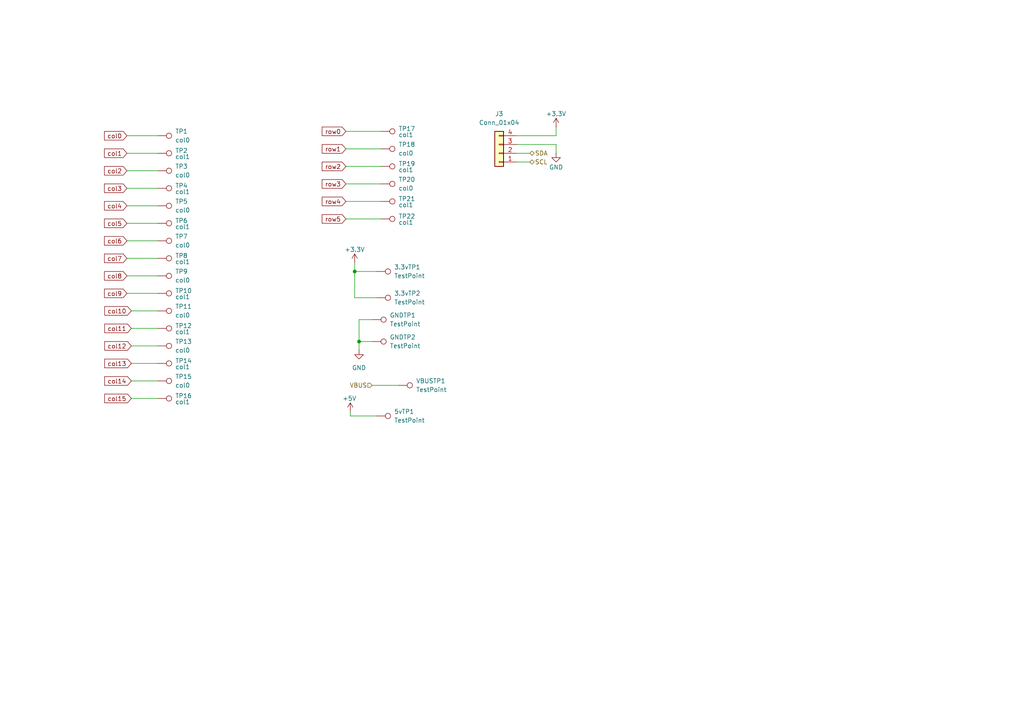
<source format=kicad_sch>
(kicad_sch (version 20250114) (generator "eeschema") (generator_version "9.0")
  (paper "A4")
  (lib_symbols
    (symbol "Connector:TestPoint" (pin_numbers (hide yes)) (pin_names (offset 0.762) (hide yes))
      (property "Reference" "TP" (at 0 6.858 0))
      (property "Value" "TestPoint" (at 0 5.08 0))
      (symbol "TestPoint_0_1"
        (circle (center 0 3.302) (radius 0.762))
      )
      (symbol "TestPoint_1_1"
        (pin passive line (at 0 0 90) (length 2.54) (name "1") (number "1"))
      )
    )
    (symbol "Connector_Generic:Conn_01x04" (pin_names (offset 1.016) (hide yes))
      (property "Reference" "J" (at 0 5.08 0))
      (property "Value" "Conn_01x04" (at 0 -7.62 0))
      (symbol "Conn_01x04_1_1"
        (rectangle (start -1.27 3.81) (end 1.27 -6.35) (stroke (width 0.254)) (fill (type background)))
        (rectangle (start -1.27 2.667) (end 0 2.413) (stroke (width 0.1524)))
        (rectangle (start -1.27 0.127) (end 0 -0.127) (stroke (width 0.1524)))
        (rectangle (start -1.27 -2.413) (end 0 -2.667) (stroke (width 0.1524)))
        (rectangle (start -1.27 -4.953) (end 0 -5.207) (stroke (width 0.1524)))
        (pin passive line (at -5.08 2.54 0) (length 3.81) (name "Pin_1") (number "1"))
        (pin passive line (at -5.08 0 0) (length 3.81) (name "Pin_2") (number "2"))
        (pin passive line (at -5.08 -2.54 0) (length 3.81) (name "Pin_3") (number "3"))
        (pin passive line (at -5.08 -5.08 0) (length 3.81) (name "Pin_4") (number "4"))
      )
    )
    (symbol "power:+3.3V" (power) (pin_numbers (hide yes)) (pin_names (offset 0) (hide yes))
      (property "Value" "+3.3V" (at 0 3.556 0))
      (symbol "+3.3V_0_1"
        (polyline (pts (xy -0.762 1.27) (xy 0 2.54)))
        (polyline (pts (xy 0 2.54) (xy 0.762 1.27)))
        (polyline (pts (xy 0 0) (xy 0 2.54)))
      )
      (symbol "+3.3V_1_1"
        (pin power_in line (at 0 0 90) (length 0) (name "~") (number "1"))
      )
    )
    (symbol "power:+5V" (power) (pin_numbers (hide yes)) (pin_names (offset 0) (hide yes))
      (property "Value" "+5V" (at 0 3.556 0))
      (symbol "+5V_0_1"
        (polyline (pts (xy -0.762 1.27) (xy 0 2.54)))
        (polyline (pts (xy 0 2.54) (xy 0.762 1.27)))
        (polyline (pts (xy 0 0) (xy 0 2.54)))
      )
      (symbol "+5V_1_1"
        (pin power_in line (at 0 0 90) (length 0) (name "~") (number "1"))
      )
    )
    (symbol "power:GND" (power) (pin_numbers (hide yes)) (pin_names (offset 0) (hide yes))
      (property "Value" "GND" (at 0 -3.81 0))
      (symbol "GND_0_1"
        (polyline (pts (xy 0 0) (xy 0 -1.27) (xy 1.27 -1.27) (xy 0 -2.54) (xy -1.27 -1.27) (xy 0 -1.27)))
      )
      (symbol "GND_1_1"
        (pin power_in line (at 0 0 270) (length 0) (name "~") (number "1"))
      )
    )
  )
  (junction (at 104.14 99.06))
  (junction (at 102.87 78.74))
  (wire (pts (xy 109.22 86.36) (xy 102.87 86.36)))
  (wire (pts (xy 102.87 76.2) (xy 102.87 78.74)))
  (wire (pts (xy 38.1 95.25) (xy 45.72 95.25)))
  (wire (pts (xy 102.87 78.74) (xy 102.87 86.36)))
  (wire (pts (xy 107.95 92.71) (xy 104.14 92.71)))
  (wire (pts (xy 104.14 92.71) (xy 104.14 99.06)))
  (wire (pts (xy 36.83 69.85) (xy 45.72 69.85)))
  (wire (pts (xy 36.83 80.01) (xy 45.72 80.01)))
  (wire (pts (xy 161.29 36.83) (xy 161.29 39.37)))
  (wire (pts (xy 149.86 41.91) (xy 161.29 41.91)))
  (wire (pts (xy 36.83 85.09) (xy 45.72 85.09)))
  (wire (pts (xy 36.83 74.93) (xy 45.72 74.93)))
  (wire (pts (xy 100.33 43.18) (xy 110.49 43.18)))
  (wire (pts (xy 38.1 115.57) (xy 45.72 115.57)))
  (wire (pts (xy 109.22 120.65) (xy 101.6 120.65)))
  (wire (pts (xy 36.83 59.69) (xy 45.72 59.69)))
  (wire (pts (xy 149.86 44.45) (xy 153.67 44.45)))
  (wire (pts (xy 38.1 110.49) (xy 45.72 110.49)))
  (wire (pts (xy 149.86 46.99) (xy 153.67 46.99)))
  (wire (pts (xy 100.33 58.42) (xy 110.49 58.42)))
  (wire (pts (xy 38.1 100.33) (xy 45.72 100.33)))
  (wire (pts (xy 104.14 99.06) (xy 104.14 101.6)))
  (wire (pts (xy 38.1 90.17) (xy 45.72 90.17)))
  (wire (pts (xy 109.22 78.74) (xy 102.87 78.74)))
  (wire (pts (xy 36.83 39.37) (xy 45.72 39.37)))
  (wire (pts (xy 100.33 38.1) (xy 110.49 38.1)))
  (wire (pts (xy 101.6 119.38) (xy 101.6 120.65)))
  (wire (pts (xy 100.33 53.34) (xy 110.49 53.34)))
  (wire (pts (xy 36.83 44.45) (xy 45.72 44.45)))
  (wire (pts (xy 36.83 64.77) (xy 45.72 64.77)))
  (wire (pts (xy 100.33 48.26) (xy 110.49 48.26)))
  (wire (pts (xy 100.33 63.5) (xy 110.49 63.5)))
  (wire (pts (xy 149.86 39.37) (xy 161.29 39.37)))
  (wire (pts (xy 161.29 41.91) (xy 161.29 44.45)))
  (wire (pts (xy 107.95 99.06) (xy 104.14 99.06)))
  (wire (pts (xy 115.57 111.76) (xy 107.95 111.76)))
  (wire (pts (xy 38.1 105.41) (xy 45.72 105.41)))
  (wire (pts (xy 36.83 54.61) (xy 45.72 54.61)))
  (wire (pts (xy 36.83 49.53) (xy 45.72 49.53)))
  (global_label "row3" (shape input) (at 100.33 53.34 180) (property "Intersheetrefs" "${INTERSHEET_REFS}" (effects (hide yes))))
  (global_label "col7" (shape input) (at 36.83 74.93 180) (property "Intersheetrefs" "${INTERSHEET_REFS}" (effects (hide yes))))
  (global_label "col11" (shape input) (at 38.1 95.25 180) (property "Intersheetrefs" "${INTERSHEET_REFS}" (effects (hide yes))))
  (global_label "col1" (shape input) (at 36.83 44.45 180) (property "Intersheetrefs" "${INTERSHEET_REFS}" (effects (hide yes))))
  (global_label "row2" (shape input) (at 100.33 48.26 180) (property "Intersheetrefs" "${INTERSHEET_REFS}" (effects (hide yes))))
  (global_label "col0" (shape input) (at 36.83 39.37 180) (property "Intersheetrefs" "${INTERSHEET_REFS}" (effects (hide yes))))
  (global_label "col14" (shape input) (at 38.1 110.49 180) (property "Intersheetrefs" "${INTERSHEET_REFS}" (effects (hide yes))))
  (global_label "col12" (shape input) (at 38.1 100.33 180) (property "Intersheetrefs" "${INTERSHEET_REFS}" (effects (hide yes))))
  (global_label "col2" (shape input) (at 36.83 49.53 180) (property "Intersheetrefs" "${INTERSHEET_REFS}" (effects (hide yes))))
  (global_label "row0" (shape input) (at 100.33 38.1 180) (property "Intersheetrefs" "${INTERSHEET_REFS}" (effects (hide yes))))
  (global_label "col10" (shape input) (at 38.1 90.17 180) (property "Intersheetrefs" "${INTERSHEET_REFS}" (effects (hide yes))))
  (global_label "col4" (shape input) (at 36.83 59.69 180) (property "Intersheetrefs" "${INTERSHEET_REFS}" (effects (hide yes))))
  (global_label "col15" (shape input) (at 38.1 115.57 180) (property "Intersheetrefs" "${INTERSHEET_REFS}" (effects (hide yes))))
  (global_label "row5" (shape input) (at 100.33 63.5 180) (property "Intersheetrefs" "${INTERSHEET_REFS}" (effects (hide yes))))
  (global_label "row4" (shape input) (at 100.33 58.42 180) (property "Intersheetrefs" "${INTERSHEET_REFS}" (effects (hide yes))))
  (global_label "col9" (shape input) (at 36.83 85.09 180) (property "Intersheetrefs" "${INTERSHEET_REFS}" (effects (hide yes))))
  (global_label "col3" (shape input) (at 36.83 54.61 180) (property "Intersheetrefs" "${INTERSHEET_REFS}" (effects (hide yes))))
  (global_label "col6" (shape input) (at 36.83 69.85 180) (property "Intersheetrefs" "${INTERSHEET_REFS}" (effects (hide yes))))
  (global_label "col13" (shape input) (at 38.1 105.41 180) (property "Intersheetrefs" "${INTERSHEET_REFS}" (effects (hide yes))))
  (global_label "row1" (shape input) (at 100.33 43.18 180) (property "Intersheetrefs" "${INTERSHEET_REFS}" (effects (hide yes))))
  (global_label "col8" (shape input) (at 36.83 80.01 180) (property "Intersheetrefs" "${INTERSHEET_REFS}" (effects (hide yes))))
  (global_label "col5" (shape input) (at 36.83 64.77 180) (property "Intersheetrefs" "${INTERSHEET_REFS}" (effects (hide yes))))
  (hierarchical_label "SDA" (shape bidirectional) (at 153.67 44.45 0))
  (hierarchical_label "SCL" (shape bidirectional) (at 153.67 46.99 0))
  (hierarchical_label "VBUS" (shape input) (at 107.95 111.76 180))
  (symbol (lib_id "Connector:TestPoint") (at 45.72 100.33 270) (unit 1)
    (property "Reference" "TP13" (at 50.8 99.0599 90) (effects (justify left)))
    (property "Value" "col0" (at 50.8 101.5999 90) (effects (justify left)))
    (property "Footprint" "TestPoint:TestPoint_Pad_2.0x2.0mm" (effects (hide yes)))
    (property "Description" "test point" (effects (hide yes)))
  )
  (symbol (lib_id "Connector:TestPoint") (at 110.49 43.18 270) (unit 1)
    (property "Reference" "TP18" (at 115.57 41.9099 90) (effects (justify left)))
    (property "Value" "col0" (at 115.57 44.4499 90) (effects (justify left)))
    (property "Footprint" "TestPoint:TestPoint_Pad_2.0x2.0mm" (effects (hide yes)))
    (property "Description" "test point" (effects (hide yes)))
  )
  (symbol (lib_id "Connector:TestPoint") (at 45.72 74.93 270) (unit 1)
    (property "Reference" "TP8" (at 50.8 74.168 90) (effects (justify left)))
    (property "Value" "col1" (at 50.8 75.946 90) (effects (justify left)))
    (property "Footprint" "TestPoint:TestPoint_Pad_2.0x2.0mm" (effects (hide yes)))
    (property "Description" "test point" (effects (hide yes)))
  )
  (symbol (lib_id "Connector:TestPoint") (at 45.72 90.17 270) (unit 1)
    (property "Reference" "TP11" (at 50.8 88.8999 90) (effects (justify left)))
    (property "Value" "col0" (at 50.8 91.4399 90) (effects (justify left)))
    (property "Footprint" "TestPoint:TestPoint_Pad_2.0x2.0mm" (effects (hide yes)))
    (property "Description" "test point" (effects (hide yes)))
  )
  (symbol (lib_id "Connector:TestPoint") (at 45.72 64.77 270) (unit 1)
    (property "Reference" "TP6" (at 50.8 64.008 90) (effects (justify left)))
    (property "Value" "col1" (at 50.8 65.786 90) (effects (justify left)))
    (property "Footprint" "TestPoint:TestPoint_Pad_2.0x2.0mm" (effects (hide yes)))
    (property "Description" "test point" (effects (hide yes)))
  )
  (symbol (lib_id "Connector:TestPoint") (at 107.95 92.71 270) (unit 1)
    (property "Reference" "GNDTP1" (at 113.03 91.4399 90) (effects (justify left)))
    (property "Value" "TestPoint" (at 113.03 93.9799 90) (effects (justify left)))
    (property "Footprint" "TestPoint:TestPoint_Pad_2.0x2.0mm" (effects (hide yes)))
    (property "Description" "test point" (effects (hide yes)))
  )
  (symbol (lib_id "Connector:TestPoint") (at 110.49 63.5 270) (unit 1)
    (property "Reference" "TP22" (at 115.57 62.738 90) (effects (justify left)))
    (property "Value" "col1" (at 115.57 64.516 90) (effects (justify left)))
    (property "Footprint" "TestPoint:TestPoint_Pad_2.0x2.0mm" (effects (hide yes)))
    (property "Description" "test point" (effects (hide yes)))
  )
  (symbol (lib_id "power:+3.3V") (at 161.29 36.83 0) (unit 1)
    (property "Reference" "#PWR026" (effects (hide yes)))
    (property "Value" "+3.3V" (at 161.29 33.02 0))
    (property "Description" "Power symbol creates a global label with name \"+3.3V\"" (effects (hide yes)))
  )
  (symbol (lib_id "Connector:TestPoint") (at 110.49 58.42 270) (unit 1)
    (property "Reference" "TP21" (at 115.57 57.658 90) (effects (justify left)))
    (property "Value" "col1" (at 115.57 59.436 90) (effects (justify left)))
    (property "Footprint" "TestPoint:TestPoint_Pad_2.0x2.0mm" (effects (hide yes)))
    (property "Description" "test point" (effects (hide yes)))
  )
  (symbol (lib_id "Connector:TestPoint") (at 45.72 69.85 270) (unit 1)
    (property "Reference" "TP7" (at 50.8 68.5799 90) (effects (justify left)))
    (property "Value" "col0" (at 50.8 71.1199 90) (effects (justify left)))
    (property "Footprint" "TestPoint:TestPoint_Pad_2.0x2.0mm" (effects (hide yes)))
    (property "Description" "test point" (effects (hide yes)))
  )
  (symbol (lib_id "Connector:TestPoint") (at 110.49 38.1 270) (unit 1)
    (property "Reference" "TP17" (at 115.57 37.338 90) (effects (justify left)))
    (property "Value" "col1" (at 115.57 39.116 90) (effects (justify left)))
    (property "Footprint" "TestPoint:TestPoint_Pad_2.0x2.0mm" (effects (hide yes)))
    (property "Description" "test point" (effects (hide yes)))
  )
  (symbol (lib_id "Connector:TestPoint") (at 45.72 49.53 270) (unit 1)
    (property "Reference" "TP3" (at 50.8 48.2599 90) (effects (justify left)))
    (property "Value" "col0" (at 50.8 50.7999 90) (effects (justify left)))
    (property "Footprint" "TestPoint:TestPoint_Pad_2.0x2.0mm" (effects (hide yes)))
    (property "Description" "test point" (effects (hide yes)))
  )
  (symbol (lib_id "Connector:TestPoint") (at 107.95 99.06 270) (unit 1)
    (property "Reference" "GNDTP2" (at 113.03 97.7899 90) (effects (justify left)))
    (property "Value" "TestPoint" (at 113.03 100.3299 90) (effects (justify left)))
    (property "Footprint" "TestPoint:TestPoint_Pad_2.0x2.0mm" (effects (hide yes)))
    (property "Description" "test point" (effects (hide yes)))
  )
  (symbol (lib_id "Connector:TestPoint") (at 45.72 44.45 270) (unit 1)
    (property "Reference" "TP2" (at 50.8 43.688 90) (effects (justify left)))
    (property "Value" "col1" (at 50.8 45.466 90) (effects (justify left)))
    (property "Footprint" "TestPoint:TestPoint_Pad_2.0x2.0mm" (effects (hide yes)))
    (property "Description" "test point" (effects (hide yes)))
  )
  (symbol (lib_id "Connector:TestPoint") (at 45.72 105.41 270) (unit 1)
    (property "Reference" "TP14" (at 50.8 104.648 90) (effects (justify left)))
    (property "Value" "col1" (at 50.8 106.426 90) (effects (justify left)))
    (property "Footprint" "TestPoint:TestPoint_Pad_2.0x2.0mm" (effects (hide yes)))
    (property "Description" "test point" (effects (hide yes)))
  )
  (symbol (lib_id "Connector:TestPoint") (at 109.22 86.36 270) (unit 1)
    (property "Reference" "3.3vTP2" (at 114.3 85.0899 90) (effects (justify left)))
    (property "Value" "TestPoint" (at 114.3 87.6299 90) (effects (justify left)))
    (property "Footprint" "TestPoint:TestPoint_Pad_2.0x2.0mm" (effects (hide yes)))
    (property "Description" "test point" (effects (hide yes)))
  )
  (symbol (lib_id "Connector:TestPoint") (at 45.72 59.69 270) (unit 1)
    (property "Reference" "TP5" (at 50.8 58.4199 90) (effects (justify left)))
    (property "Value" "col0" (at 50.8 60.9599 90) (effects (justify left)))
    (property "Footprint" "TestPoint:TestPoint_Pad_2.0x2.0mm" (effects (hide yes)))
    (property "Description" "test point" (effects (hide yes)))
  )
  (symbol (lib_id "Connector:TestPoint") (at 45.72 54.61 270) (unit 1)
    (property "Reference" "TP4" (at 50.8 53.848 90) (effects (justify left)))
    (property "Value" "col1" (at 50.8 55.626 90) (effects (justify left)))
    (property "Footprint" "TestPoint:TestPoint_Pad_2.0x2.0mm" (effects (hide yes)))
    (property "Description" "test point" (effects (hide yes)))
  )
  (symbol (lib_id "Connector_Generic:Conn_01x04") (at 144.78 44.45 180) (unit 1)
    (property "Reference" "J3" (at 144.78 33.02 0))
    (property "Value" "Conn_01x04" (at 144.78 35.56 0))
    (property "Footprint" "Connector_PinHeader_2.54mm:PinHeader_1x04_P2.54mm_Vertical" (effects (hide yes)))
    (property "Description" "Generic connector, single row, 01x04, script generated (kicad-library-utils/schlib/autogen/connector/)" (effects (hide yes)))
  )
  (symbol (lib_id "power:+5V") (at 101.6 119.38 0) (unit 1)
    (property "Reference" "#PWR023" (effects (hide yes)))
    (property "Value" "+5V" (at 101.346 115.57 0))
    (property "Description" "Power symbol creates a global label with name \"+5V\"" (effects (hide yes)))
  )
  (symbol (lib_id "Connector:TestPoint") (at 110.49 53.34 270) (unit 1)
    (property "Reference" "TP20" (at 115.57 52.0699 90) (effects (justify left)))
    (property "Value" "col0" (at 115.57 54.6099 90) (effects (justify left)))
    (property "Footprint" "TestPoint:TestPoint_Pad_2.0x2.0mm" (effects (hide yes)))
    (property "Description" "test point" (effects (hide yes)))
  )
  (symbol (lib_id "power:GND") (at 104.14 101.6 0) (unit 1)
    (property "Reference" "#PWR025" (effects (hide yes)))
    (property "Value" "GND" (at 104.14 106.68 0))
    (property "Description" "Power symbol creates a global label with name \"GND\" , ground" (effects (hide yes)))
  )
  (symbol (lib_id "Connector:TestPoint") (at 109.22 120.65 270) (unit 1)
    (property "Reference" "5vTP1" (at 114.3 119.3799 90) (effects (justify left)))
    (property "Value" "TestPoint" (at 114.3 121.9199 90) (effects (justify left)))
    (property "Footprint" "TestPoint:TestPoint_Pad_2.0x2.0mm" (effects (hide yes)))
    (property "Description" "test point" (effects (hide yes)))
  )
  (symbol (lib_id "Connector:TestPoint") (at 45.72 110.49 270) (unit 1)
    (property "Reference" "TP15" (at 50.8 109.2199 90) (effects (justify left)))
    (property "Value" "col0" (at 50.8 111.7599 90) (effects (justify left)))
    (property "Footprint" "TestPoint:TestPoint_Pad_2.0x2.0mm" (effects (hide yes)))
    (property "Description" "test point" (effects (hide yes)))
  )
  (symbol (lib_id "Connector:TestPoint") (at 109.22 78.74 270) (unit 1)
    (property "Reference" "3.3vTP1" (at 114.3 77.4699 90) (effects (justify left)))
    (property "Value" "TestPoint" (at 114.3 80.0099 90) (effects (justify left)))
    (property "Footprint" "TestPoint:TestPoint_Pad_2.0x2.0mm" (effects (hide yes)))
    (property "Description" "test point" (effects (hide yes)))
  )
  (symbol (lib_id "Connector:TestPoint") (at 45.72 115.57 270) (unit 1)
    (property "Reference" "TP16" (at 50.8 114.808 90) (effects (justify left)))
    (property "Value" "col1" (at 50.8 116.586 90) (effects (justify left)))
    (property "Footprint" "TestPoint:TestPoint_Pad_2.0x2.0mm" (effects (hide yes)))
    (property "Description" "test point" (effects (hide yes)))
  )
  (symbol (lib_id "Connector:TestPoint") (at 45.72 80.01 270) (unit 1)
    (property "Reference" "TP9" (at 50.8 78.7399 90) (effects (justify left)))
    (property "Value" "col0" (at 50.8 81.2799 90) (effects (justify left)))
    (property "Footprint" "TestPoint:TestPoint_Pad_2.0x2.0mm" (effects (hide yes)))
    (property "Description" "test point" (effects (hide yes)))
  )
  (symbol (lib_id "power:GND") (at 161.29 44.45 0) (unit 1)
    (property "Reference" "#PWR027" (effects (hide yes)))
    (property "Value" "GND" (at 161.29 48.514 0))
    (property "Description" "Power symbol creates a global label with name \"GND\" , ground" (effects (hide yes)))
  )
  (symbol (lib_id "Connector:TestPoint") (at 110.49 48.26 270) (unit 1)
    (property "Reference" "TP19" (at 115.57 47.498 90) (effects (justify left)))
    (property "Value" "col1" (at 115.57 49.276 90) (effects (justify left)))
    (property "Footprint" "TestPoint:TestPoint_Pad_2.0x2.0mm" (effects (hide yes)))
    (property "Description" "test point" (effects (hide yes)))
  )
  (symbol (lib_id "power:+3.3V") (at 102.87 76.2 0) (unit 1)
    (property "Reference" "#PWR024" (effects (hide yes)))
    (property "Value" "+3.3V" (at 102.87 72.39 0))
    (property "Description" "Power symbol creates a global label with name \"+3.3V\"" (effects (hide yes)))
  )
  (symbol (lib_id "Connector:TestPoint") (at 45.72 85.09 270) (unit 1)
    (property "Reference" "TP10" (at 50.8 84.328 90) (effects (justify left)))
    (property "Value" "col1" (at 50.8 86.106 90) (effects (justify left)))
    (property "Footprint" "TestPoint:TestPoint_Pad_2.0x2.0mm" (effects (hide yes)))
    (property "Description" "test point" (effects (hide yes)))
  )
  (symbol (lib_id "Connector:TestPoint") (at 45.72 95.25 270) (unit 1)
    (property "Reference" "TP12" (at 50.8 94.488 90) (effects (justify left)))
    (property "Value" "col1" (at 50.8 96.266 90) (effects (justify left)))
    (property "Footprint" "TestPoint:TestPoint_Pad_2.0x2.0mm" (effects (hide yes)))
    (property "Description" "test point" (effects (hide yes)))
  )
  (symbol (lib_id "Connector:TestPoint") (at 45.72 39.37 270) (unit 1)
    (property "Reference" "TP1" (at 50.8 38.0999 90) (effects (justify left)))
    (property "Value" "col0" (at 50.8 40.6399 90) (effects (justify left)))
    (property "Footprint" "TestPoint:TestPoint_Pad_2.0x2.0mm" (effects (hide yes)))
    (property "Description" "test point" (effects (hide yes)))
  )
  (symbol (lib_id "Connector:TestPoint") (at 115.57 111.76 270) (unit 1)
    (property "Reference" "VBUSTP1" (at 120.65 110.4899 90) (effects (justify left)))
    (property "Value" "TestPoint" (at 120.65 113.0299 90) (effects (justify left)))
    (property "Footprint" "TestPoint:TestPoint_Pad_2.0x2.0mm" (effects (hide yes)))
    (property "Description" "test point" (effects (hide yes)))
  )
)
</source>
